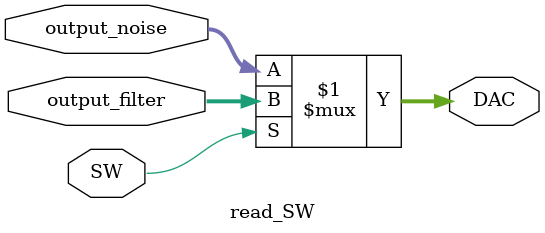
<source format=v>
module read_SW(SW,output_noise, output_filter,DAC);

	input SW;
	input [23:0] output_noise, output_filter;
	output [23:0] DAC;
	
	assign DAC = SW ? output_filter : output_noise;

endmodule
</source>
